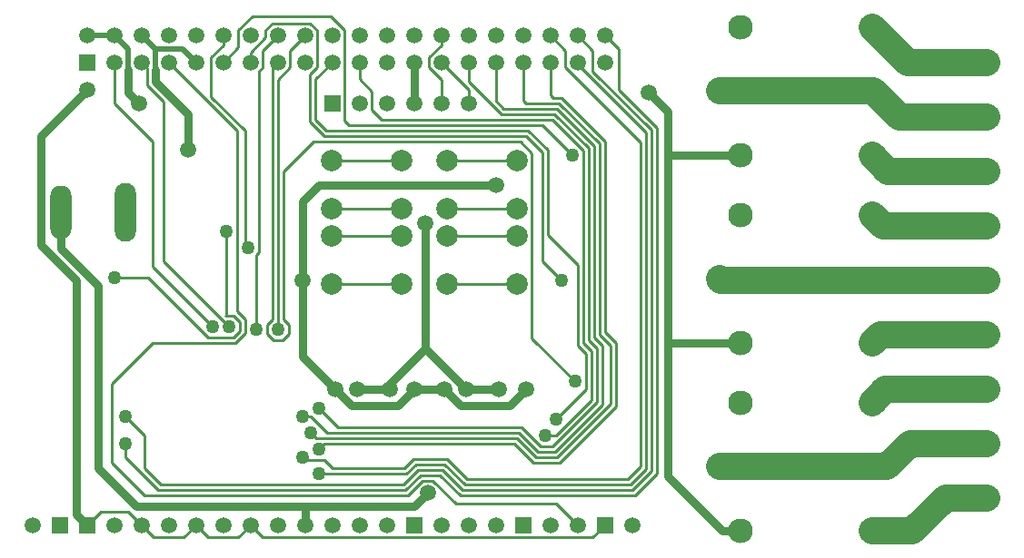
<source format=gtl>
G04 Layer_Physical_Order=1*
G04 Layer_Color=255*
%FSLAX25Y25*%
%MOIN*%
G70*
G01*
G75*
%ADD10C,0.01000*%
%ADD11C,0.03000*%
%ADD12C,0.10000*%
%ADD13C,0.02000*%
%ADD14R,0.05906X0.05906*%
%ADD15C,0.05906*%
%ADD16C,0.09055*%
%ADD17C,0.07874*%
%ADD18O,0.07874X0.21654*%
%ADD19O,0.07874X0.19685*%
%ADD20C,0.05000*%
D10*
X152000Y-19000D02*
X171485D01*
X140000Y-7000D02*
X152000Y-19000D01*
X140000Y-7000D02*
Y0D01*
X150000Y-14172D02*
Y0D01*
Y-14172D02*
X152828Y-17000D01*
X172314D01*
X140000Y-15000D02*
Y-10000D01*
X130000Y0D02*
X140000Y-10000D01*
X161000Y-15000D02*
X173142D01*
X160000Y-14000D02*
X161000Y-15000D01*
X160000Y-14000D02*
Y0D01*
X170000Y-12000D02*
X171000Y-13000D01*
X170000Y-12000D02*
Y0D01*
X171000Y-13000D02*
X173970D01*
X190000Y-29030D01*
Y-99172D02*
Y-29030D01*
X173142Y-15000D02*
X188000Y-29858D01*
Y-100000D02*
Y-29858D01*
X172314Y-17000D02*
X186000Y-30686D01*
Y-101000D02*
Y-30686D01*
X171485Y-19000D02*
X184000Y-31515D01*
Y-102000D02*
Y-31515D01*
X108000Y-21000D02*
X170657D01*
X182000Y-32343D01*
Y-103000D02*
Y-32343D01*
X68000Y-2000D02*
X70000Y0D01*
X68000Y-94343D02*
Y-2000D01*
X66000Y-96343D02*
X68000Y-94343D01*
X66000Y-99657D02*
Y-96343D01*
Y-99657D02*
X68343Y-102000D01*
X71657D01*
X74000Y-99657D01*
Y-96343D01*
X72000Y-94343D02*
X74000Y-96343D01*
X72000Y-94343D02*
Y-40000D01*
X83000Y-29000D01*
X63000Y-69657D02*
Y-3297D01*
X62000Y-70657D02*
X63000Y-69657D01*
X62000Y-98000D02*
Y-70657D01*
X58000Y-67000D02*
X59000Y-68000D01*
X55000Y-91515D02*
Y-25000D01*
X63000Y-3297D02*
X64453Y-1844D01*
X58000Y-67000D02*
Y-25172D01*
X190000Y-99172D02*
X194000Y-103172D01*
Y-126314D02*
Y-103172D01*
X173314Y-147000D02*
X194000Y-126314D01*
X188000Y-100000D02*
X192000Y-104000D01*
X186000Y-101000D02*
X189047Y-104047D01*
X192000Y-125485D02*
Y-104000D01*
X189047Y-125610D02*
Y-104047D01*
X187047Y-124781D02*
Y-105390D01*
X187000Y-105343D02*
X187047Y-105390D01*
X187000Y-105343D02*
Y-105000D01*
X184000Y-102000D02*
X187000Y-105000D01*
X185047Y-123953D02*
Y-106219D01*
X185000Y-106172D02*
X185047Y-106219D01*
X185000Y-106172D02*
Y-106000D01*
X182000Y-103000D02*
X185000Y-106000D01*
X183047Y-119953D02*
Y-107047D01*
X180000Y-104000D02*
X183047Y-107047D01*
X180000Y-104000D02*
Y-74266D01*
X172000Y-131000D02*
X183047Y-119953D01*
X171657Y-143000D02*
X189047Y-125610D01*
X170828Y-141000D02*
X187047Y-124781D01*
X172000Y-137000D02*
X185047Y-123953D01*
X169000Y-63266D02*
X180000Y-74266D01*
X172485Y-145000D02*
X192000Y-125485D01*
X168000Y-137000D02*
X172000D01*
X163232Y-101232D02*
X179047Y-117047D01*
X167000Y-73000D02*
Y-33000D01*
X163232Y-101232D02*
Y-33232D01*
X166343Y-141000D02*
X170828D01*
X167000Y-73000D02*
X174000Y-80000D01*
X83844Y-6156D02*
X90000Y0D01*
X83844Y-21000D02*
Y-6156D01*
Y-21000D02*
X87844Y-25000D01*
X161828D01*
X169000Y-32172D01*
Y-63266D02*
Y-32172D01*
X167000Y-23000D02*
X178000Y-34000D01*
X96000Y-23000D02*
X167000D01*
X94453Y-21453D02*
X96000Y-23000D01*
X104453Y-17453D02*
X108000Y-21000D01*
X104453Y-17453D02*
Y-10547D01*
X84453Y-1844D02*
Y11844D01*
X81844Y-4453D02*
X84453Y-1844D01*
X81844Y-21844D02*
Y-4453D01*
Y-21844D02*
X87000Y-27000D01*
X100000Y-6095D02*
Y0D01*
Y-6095D02*
X104453Y-10547D01*
X130000Y6297D02*
Y10000D01*
X125547Y1844D02*
X130000Y6297D01*
X125547Y-1844D02*
Y1844D01*
Y-1844D02*
X130000Y-6297D01*
Y-15000D02*
Y-6297D01*
X60000Y-170000D02*
X64453Y-174453D01*
X185547D01*
X190000Y-170000D01*
X70000Y-98000D02*
Y-6297D01*
X74453Y-1844D01*
Y4453D01*
X80000Y10000D01*
X64453Y-1844D02*
Y4453D01*
X70000Y10000D01*
X22000Y-8243D02*
X28000Y-14243D01*
X22000Y-8243D02*
Y-2000D01*
X20000Y0D02*
X22000Y-2000D01*
X10000Y-15000D02*
X24000Y-29000D01*
X10000Y-15000D02*
Y0D01*
X65547Y9250D02*
Y11844D01*
X60000Y3703D02*
X65547Y9250D01*
X60000Y0D02*
Y3703D01*
X161000Y-27000D02*
X167000Y-33000D01*
X87000Y-27000D02*
X161000D01*
X94453Y-21453D02*
Y11844D01*
X55547Y5547D02*
Y11844D01*
X50000Y0D02*
X55547Y5547D01*
X159000Y-29000D02*
X163232Y-33232D01*
X83000Y-29000D02*
X159000D01*
X28000Y-73000D02*
Y-14243D01*
Y-73000D02*
X52000Y-97000D01*
X24000Y-75000D02*
Y-29000D01*
Y-75000D02*
X46000Y-97000D01*
X10000Y-79000D02*
X22343D01*
X50000Y6297D02*
Y10000D01*
X45547Y1844D02*
X50000Y6297D01*
X45547Y-12719D02*
Y1844D01*
Y-12719D02*
X58000Y-25172D01*
X30000Y0D02*
X55000Y-25000D01*
X44453Y-174453D02*
X55547D01*
X40000Y-170000D02*
X44453Y-174453D01*
X55547D02*
X60000Y-170000D01*
X24453Y-174453D02*
X35547D01*
X20000Y-170000D02*
X24453Y-174453D01*
X35547D02*
X40000Y-170000D01*
X15000Y-165000D02*
X20000Y-170000D01*
X53657Y-101000D02*
X56000Y-98657D01*
Y-95343D01*
X53657Y-93000D02*
X56000Y-95343D01*
X50828Y-93000D02*
X53657D01*
X50757Y-92929D02*
X50828Y-93000D01*
X50757Y-92929D02*
Y-92929D01*
X54485Y-103000D02*
X58000Y-99485D01*
Y-94515D01*
X55000Y-91515D02*
X58000Y-94515D01*
X22343Y-79000D02*
X44343Y-101000D01*
X50757Y-92929D02*
X51000Y-92686D01*
X44343Y-101000D02*
X53657D01*
X51000Y-92686D02*
Y-62000D01*
X163858Y-147000D02*
X173314D01*
X164686Y-145000D02*
X172485D01*
X165515Y-143000D02*
X171657D01*
X87000Y-140000D02*
X156858D01*
X163858Y-147000D01*
X157686Y-138000D02*
X164686Y-145000D01*
X88000Y-136000D02*
X158515D01*
X165515Y-143000D01*
X159343Y-134000D02*
X166343Y-141000D01*
X92000Y-134000D02*
X159343D01*
X85000Y-127000D02*
X92000Y-134000D01*
X5000Y-165000D02*
X15000D01*
X0Y-170000D02*
X5000Y-165000D01*
X9000Y-147000D02*
X21000Y-159000D01*
X117703D01*
X9000Y-147000D02*
Y-118000D01*
X24000Y-103000D01*
X54485D01*
X14000Y-145000D02*
Y-140000D01*
X126844Y-153547D02*
X135297Y-162000D01*
X117703Y-159000D02*
X123156Y-153547D01*
X126844D01*
X82000Y-130000D02*
X88000Y-136000D01*
X79000Y-130000D02*
X82000D01*
X84000Y-138000D02*
X157686D01*
X82000Y-136000D02*
X84000Y-138000D01*
X85000Y-142000D02*
X87000Y-140000D01*
X14000Y-145000D02*
X26000Y-157000D01*
X116874D01*
X122327Y-151547D01*
X14000Y-130000D02*
X21000Y-137000D01*
Y-149000D02*
Y-137000D01*
Y-149000D02*
X27000Y-155000D01*
X116046D01*
X121499Y-149547D01*
X85000Y-151000D02*
X117218D01*
X120670Y-147547D01*
X131204D01*
X79000Y-145000D02*
X80000Y-146000D01*
X87000D01*
X90000Y-149000D01*
X116389D01*
X119842Y-145547D01*
X135297Y-162000D02*
X172000D01*
X180000Y-170000D01*
X201000Y-159000D02*
X209000Y-151000D01*
X122327Y-151547D02*
X129547D01*
X137000Y-159000D01*
X201000D01*
X121499Y-149547D02*
X130376D01*
X137828Y-157000D01*
X200172D01*
X207000Y-150172D01*
X131204Y-147547D02*
X138657Y-155000D01*
X199343D01*
X205000Y-149343D01*
X119842Y-145547D02*
X132033D01*
X139485Y-153000D01*
X198515D01*
X203000Y-148515D01*
X209000Y-151000D02*
Y-24000D01*
X195000Y-10000D02*
X209000Y-24000D01*
X195000Y-10000D02*
Y5000D01*
X190000Y10000D02*
X195000Y5000D01*
X207000Y-150172D02*
Y-24828D01*
X185547Y-3376D02*
X207000Y-24828D01*
X185547Y-3376D02*
Y4453D01*
X180000Y10000D02*
X185547Y4453D01*
X205000Y-149343D02*
Y-25657D01*
X180000Y-657D02*
X205000Y-25657D01*
X180000Y-657D02*
Y0D01*
X203000Y-148515D02*
Y-29297D01*
X175547Y-1844D02*
X203000Y-29297D01*
X175547Y-1844D02*
Y4453D01*
X170000Y10000D02*
X175547Y4453D01*
X132205Y-81358D02*
X157795D01*
X132205Y-63642D02*
X157795D01*
X132205Y-53858D02*
X157795D01*
X132205Y-36142D02*
X157795D01*
X89705D02*
X115295D01*
X89705Y-81358D02*
X115295D01*
X89705Y-63642D02*
X115295D01*
X89705Y-53858D02*
X115295D01*
X65547Y11844D02*
X68156Y14453D01*
X81844D01*
X84453Y11844D01*
X55547D02*
X60703Y17000D01*
X89297D01*
X94453Y11844D01*
D11*
X85000Y-45000D02*
X150000D01*
X79000Y-108000D02*
Y-80000D01*
Y-108000D02*
X91000Y-120000D01*
X-9685Y-68315D02*
Y-55000D01*
X-17000Y-67000D02*
X-4000Y-80000D01*
X-17000Y-67000D02*
Y-27000D01*
X120000Y-15000D02*
Y0D01*
X25000Y-7000D02*
Y-2711D01*
Y-7000D02*
X37000Y-19000D01*
Y-32000D02*
Y-19000D01*
X15000Y-11000D02*
X19000Y-15000D01*
X15000Y-11000D02*
Y-2711D01*
X120000Y-120000D02*
X131000D01*
X213000Y-152000D02*
Y-103142D01*
Y-152000D02*
X233142Y-172142D01*
X239913D01*
X213000Y-103142D02*
X239913D01*
X-17000Y-27000D02*
X0Y-10000D01*
X155000Y-126000D02*
X161000Y-120000D01*
X99000D02*
X111000D01*
X139000D02*
X151000D01*
X124000Y-105000D02*
X139000Y-120000D01*
X124000Y-105000D02*
Y-59000D01*
X111000Y-120000D02*
Y-118000D01*
X124000Y-105000D01*
X206000Y-11000D02*
X213000Y-18000D01*
X213142Y-34142D02*
X239913D01*
X213000Y-103142D02*
Y-18000D01*
X80000Y-163000D02*
X120000D01*
X125000Y-158000D01*
X80000Y-170000D02*
Y-163000D01*
X91000Y-120000D02*
X97000Y-126000D01*
X114000D01*
X120000Y-120000D01*
X131000D02*
X137000Y-126000D01*
X155000D01*
X-4000Y-166000D02*
Y-80000D01*
Y-166000D02*
X0Y-170000D01*
X-9685Y-68315D02*
X4000Y-82000D01*
Y-149000D02*
Y-82000D01*
Y-149000D02*
X18000Y-163000D01*
X80000D01*
X79000Y-51000D02*
X85000Y-45000D01*
X79000Y-80000D02*
Y-51000D01*
D12*
X301047Y0D02*
X330000D01*
X287945Y13102D02*
X301047Y0D01*
X298000Y-20000D02*
X330000D01*
X232039Y-10520D02*
X288520D01*
X298000Y-20000D01*
X292047Y-60000D02*
X330000D01*
X287945Y-55898D02*
X292047Y-60000D01*
X291087Y-100000D02*
X330000D01*
X287945Y-103142D02*
X291087Y-100000D01*
X232520Y-80000D02*
X330000D01*
X232039Y-79520D02*
X232520Y-80000D01*
X292843Y-120000D02*
X330000D01*
X287945Y-124898D02*
X292843Y-120000D01*
X302000Y-140000D02*
X330000D01*
X293480Y-148520D02*
X302000Y-140000D01*
X232039Y-148520D02*
X293480D01*
X315000Y-160000D02*
X330000D01*
X302858Y-172142D02*
X315000Y-160000D01*
X287945Y-172142D02*
X302858D01*
X287945Y-34142D02*
X293803Y-40000D01*
X330000D01*
D13*
X10000Y10000D02*
X15000Y5000D01*
X0Y10000D02*
X10000D01*
X25000Y-2711D02*
Y5000D01*
X20000Y10000D02*
X25000Y5000D01*
X15000Y-2711D02*
Y5000D01*
X25000D02*
X35000D01*
X40000Y0D01*
D14*
X90000Y-15000D02*
D03*
X190000Y-170000D02*
D03*
X120000D02*
D03*
X160000D02*
D03*
X-10000D02*
D03*
X0D02*
D03*
Y0D02*
D03*
D15*
X100000Y-15000D02*
D03*
X110000D02*
D03*
X120000D02*
D03*
X130000D02*
D03*
X140000D02*
D03*
X180000Y-170000D02*
D03*
X170000D02*
D03*
X90000D02*
D03*
X100000D02*
D03*
X110000D02*
D03*
X130000D02*
D03*
X140000D02*
D03*
X150000D02*
D03*
X-20000D02*
D03*
X10000D02*
D03*
X20000D02*
D03*
X30000D02*
D03*
X40000D02*
D03*
X50000D02*
D03*
X60000D02*
D03*
X70000D02*
D03*
X190000Y10000D02*
D03*
Y0D02*
D03*
X180000Y10000D02*
D03*
Y0D02*
D03*
X170000Y10000D02*
D03*
Y0D02*
D03*
X160000Y10000D02*
D03*
Y0D02*
D03*
X150000Y10000D02*
D03*
Y0D02*
D03*
X140000Y10000D02*
D03*
Y0D02*
D03*
X130000Y10000D02*
D03*
Y0D02*
D03*
X120000Y10000D02*
D03*
Y0D02*
D03*
X110000Y10000D02*
D03*
Y0D02*
D03*
X100000Y10000D02*
D03*
Y0D02*
D03*
X90000Y10000D02*
D03*
Y0D02*
D03*
X80000Y10000D02*
D03*
Y0D02*
D03*
X70000Y10000D02*
D03*
Y0D02*
D03*
X60000Y10000D02*
D03*
Y0D02*
D03*
X50000Y10000D02*
D03*
Y0D02*
D03*
X40000Y10000D02*
D03*
Y0D02*
D03*
X30000Y10000D02*
D03*
Y0D02*
D03*
X20000Y10000D02*
D03*
Y0D02*
D03*
X10000Y10000D02*
D03*
Y0D02*
D03*
X0Y10000D02*
D03*
X150000Y-45000D02*
D03*
X79000Y-80000D02*
D03*
X200000Y-170000D02*
D03*
X80000D02*
D03*
X0Y-10000D02*
D03*
X151000Y-120000D02*
D03*
X161000D02*
D03*
X139000D02*
D03*
X91000D02*
D03*
X99000D02*
D03*
X111000D02*
D03*
X120000D02*
D03*
X131000D02*
D03*
X124000Y-59000D02*
D03*
X19000Y-15000D02*
D03*
X37000Y-32000D02*
D03*
X206000Y-11000D02*
D03*
X125000Y-158000D02*
D03*
D16*
X330000Y-120000D02*
D03*
Y-140000D02*
D03*
Y-160000D02*
D03*
X239913Y-172142D02*
D03*
X287945D02*
D03*
Y-124898D02*
D03*
X239913D02*
D03*
X232039Y-148520D02*
D03*
X330000Y0D02*
D03*
Y-20000D02*
D03*
Y-40000D02*
D03*
X239913Y-34142D02*
D03*
X287945D02*
D03*
Y13102D02*
D03*
X239913D02*
D03*
X232039Y-10520D02*
D03*
X239913Y-103142D02*
D03*
X287945D02*
D03*
Y-55898D02*
D03*
X239913D02*
D03*
X232039Y-79520D02*
D03*
X330000Y-60000D02*
D03*
Y-80000D02*
D03*
Y-100000D02*
D03*
D17*
X157795Y-63642D02*
D03*
Y-81358D02*
D03*
X132205Y-63642D02*
D03*
Y-81358D02*
D03*
X157795Y-36142D02*
D03*
Y-53858D02*
D03*
X132205Y-36142D02*
D03*
Y-53858D02*
D03*
X115295Y-36142D02*
D03*
Y-53858D02*
D03*
X89705Y-36142D02*
D03*
Y-53858D02*
D03*
X115295Y-63642D02*
D03*
Y-81358D02*
D03*
X89705Y-63642D02*
D03*
Y-81358D02*
D03*
D18*
X13937Y-55000D02*
D03*
D19*
X-9685D02*
D03*
D20*
X62000Y-98000D02*
D03*
X59000Y-68000D02*
D03*
X168000Y-137000D02*
D03*
X174000Y-80000D02*
D03*
X172000Y-131000D02*
D03*
X178000Y-34000D02*
D03*
X179047Y-117047D02*
D03*
X70000Y-98000D02*
D03*
X46000Y-97000D02*
D03*
X52000D02*
D03*
X10000Y-79000D02*
D03*
X51000Y-62000D02*
D03*
X82000Y-136000D02*
D03*
X79000Y-130000D02*
D03*
X85000Y-127000D02*
D03*
Y-142000D02*
D03*
X14000Y-130000D02*
D03*
Y-140000D02*
D03*
X79000Y-145000D02*
D03*
X85000Y-151000D02*
D03*
M02*

</source>
